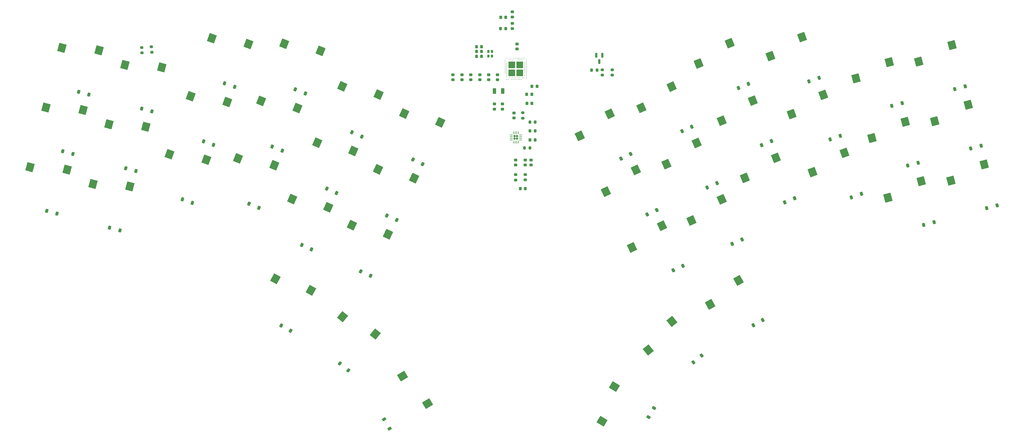
<source format=gbr>
%TF.GenerationSoftware,KiCad,Pcbnew,7.0.10*%
%TF.CreationDate,2024-03-12T01:25:21-07:00*%
%TF.ProjectId,keyboard,6b657962-6f61-4726-942e-6b696361645f,rev?*%
%TF.SameCoordinates,Original*%
%TF.FileFunction,Paste,Top*%
%TF.FilePolarity,Positive*%
%FSLAX46Y46*%
G04 Gerber Fmt 4.6, Leading zero omitted, Abs format (unit mm)*
G04 Created by KiCad (PCBNEW 7.0.10) date 2024-03-12 01:25:21*
%MOMM*%
%LPD*%
G01*
G04 APERTURE LIST*
G04 Aperture macros list*
%AMRoundRect*
0 Rectangle with rounded corners*
0 $1 Rounding radius*
0 $2 $3 $4 $5 $6 $7 $8 $9 X,Y pos of 4 corners*
0 Add a 4 corners polygon primitive as box body*
4,1,4,$2,$3,$4,$5,$6,$7,$8,$9,$2,$3,0*
0 Add four circle primitives for the rounded corners*
1,1,$1+$1,$2,$3*
1,1,$1+$1,$4,$5*
1,1,$1+$1,$6,$7*
1,1,$1+$1,$8,$9*
0 Add four rect primitives between the rounded corners*
20,1,$1+$1,$2,$3,$4,$5,0*
20,1,$1+$1,$4,$5,$6,$7,0*
20,1,$1+$1,$6,$7,$8,$9,0*
20,1,$1+$1,$8,$9,$2,$3,0*%
%AMRotRect*
0 Rectangle, with rotation*
0 The origin of the aperture is its center*
0 $1 length*
0 $2 width*
0 $3 Rotation angle, in degrees counterclockwise*
0 Add horizontal line*
21,1,$1,$2,0,0,$3*%
G04 Aperture macros list end*
%ADD10RoundRect,0.225000X-0.314390X-0.303988X0.120276X-0.420456X0.314390X0.303988X-0.120276X0.420456X0*%
%ADD11RoundRect,0.225000X-0.410853X-0.149833X-0.061137X-0.433027X0.410853X0.149833X0.061137X0.433027X0*%
%ADD12RoundRect,0.225000X-0.120276X-0.420456X0.314390X-0.303988X0.120276X0.420456X-0.314390X0.303988X0*%
%ADD13RoundRect,0.225000X-0.349094X-0.263407X0.068139X-0.431980X0.349094X0.263407X-0.068139X0.431980X0*%
%ADD14RoundRect,0.225000X-0.083173X-0.429339X0.339688X-0.275430X0.083173X0.429339X-0.339688X0.275430X0*%
%ADD15RotRect,2.300000X2.600000X335.000000*%
%ADD16RoundRect,0.225000X-0.225000X-0.250000X0.225000X-0.250000X0.225000X0.250000X-0.225000X0.250000X0*%
%ADD17RoundRect,0.225000X-0.068139X-0.431980X0.349094X-0.263407X0.068139X0.431980X-0.349094X0.263407X0*%
%ADD18RoundRect,0.225000X-0.358074X-0.251064X0.053021X-0.434095X0.358074X0.251064X-0.053021X0.434095X0*%
%ADD19RoundRect,0.225000X0.250000X-0.225000X0.250000X0.225000X-0.250000X0.225000X-0.250000X-0.225000X0*%
%ADD20RoundRect,0.225000X-0.362401X-0.244776X0.045437X-0.434955X0.362401X0.244776X-0.045437X0.434955X0*%
%ADD21RotRect,2.300000X2.600000X345.000000*%
%ADD22RotRect,2.300000X2.600000X15.000000*%
%ADD23RoundRect,0.200000X0.200000X0.275000X-0.200000X0.275000X-0.200000X-0.275000X0.200000X-0.275000X0*%
%ADD24RotRect,2.300000X2.600000X22.000000*%
%ADD25RoundRect,0.218750X-0.256250X0.218750X-0.256250X-0.218750X0.256250X-0.218750X0.256250X0.218750X0*%
%ADD26RoundRect,0.225000X-0.045437X-0.434955X0.362401X-0.244776X0.045437X0.434955X-0.362401X0.244776X0*%
%ADD27RoundRect,0.225000X-0.339688X-0.275430X0.083173X-0.429339X0.339688X0.275430X-0.083173X0.429339X0*%
%ADD28RotRect,2.300000X2.600000X20.000000*%
%ADD29RoundRect,0.225000X0.225000X0.250000X-0.225000X0.250000X-0.225000X-0.250000X0.225000X-0.250000X0*%
%ADD30RotRect,2.300000X2.600000X340.000000*%
%ADD31RoundRect,0.200000X0.275000X-0.200000X0.275000X0.200000X-0.275000X0.200000X-0.275000X-0.200000X0*%
%ADD32RoundRect,0.218750X0.256250X-0.218750X0.256250X0.218750X-0.256250X0.218750X-0.256250X-0.218750X0*%
%ADD33RoundRect,0.150000X-0.150000X0.587500X-0.150000X-0.587500X0.150000X-0.587500X0.150000X0.587500X0*%
%ADD34RotRect,2.300000X2.600000X25.000000*%
%ADD35RotRect,2.300000X2.600000X59.000000*%
%ADD36RotRect,2.300000X2.600000X321.000000*%
%ADD37RotRect,2.300000X2.600000X24.000000*%
%ADD38RoundRect,0.218750X0.218750X0.256250X-0.218750X0.256250X-0.218750X-0.256250X0.218750X-0.256250X0*%
%ADD39RotRect,2.300000X2.600000X336.000000*%
%ADD40RoundRect,0.160000X-0.160000X0.160000X-0.160000X-0.160000X0.160000X-0.160000X0.160000X0.160000X0*%
%ADD41RoundRect,0.062500X-0.062500X0.375000X-0.062500X-0.375000X0.062500X-0.375000X0.062500X0.375000X0*%
%ADD42RoundRect,0.062500X-0.375000X0.062500X-0.375000X-0.062500X0.375000X-0.062500X0.375000X0.062500X0*%
%ADD43RotRect,2.300000X2.600000X331.000000*%
%ADD44RotRect,2.300000X2.600000X301.000000*%
%ADD45RoundRect,0.225000X-0.014986X-0.437065X0.378593X-0.218900X0.014986X0.437065X-0.378593X0.218900X0*%
%ADD46RoundRect,0.225000X-0.053021X-0.434095X0.358074X-0.251064X0.053021X0.434095X-0.358074X0.251064X0*%
%ADD47RotRect,2.300000X2.600000X39.000000*%
%ADD48RoundRect,0.200000X-0.275000X0.200000X-0.275000X-0.200000X0.275000X-0.200000X0.275000X0.200000X0*%
%ADD49RoundRect,0.225000X-0.378593X-0.218900X0.014986X-0.437065X0.378593X0.218900X-0.014986X0.437065X0*%
%ADD50RoundRect,0.200000X-0.200000X-0.275000X0.200000X-0.275000X0.200000X0.275000X-0.200000X0.275000X0*%
%ADD51RotRect,2.300000X2.600000X338.000000*%
%ADD52R,2.000000X2.000000*%
%ADD53C,0.250000*%
%ADD54RoundRect,0.225000X0.061137X-0.433027X0.410853X-0.149833X-0.061137X0.433027X-0.410853X0.149833X0*%
%ADD55RoundRect,0.225000X-0.250000X0.225000X-0.250000X-0.225000X0.250000X-0.225000X0.250000X0.225000X0*%
%ADD56RoundRect,0.200000X-0.287650X0.181335X-0.261141X-0.217786X0.287650X-0.181335X0.261141X0.217786X0*%
%ADD57RoundRect,0.225000X0.205554X-0.386002X0.437321X-0.000277X-0.205554X0.386002X-0.437321X0.000277X0*%
%ADD58RotRect,2.300000X2.600000X29.000000*%
%ADD59R,0.800000X0.900000*%
%ADD60R,1.000000X1.800000*%
%ADD61RoundRect,0.225000X-0.437321X-0.000277X-0.205554X-0.386002X0.437321X0.000277X0.205554X0.386002X0*%
G04 APERTURE END LIST*
D10*
%TO.C,D1*%
X76739481Y-171145136D03*
X79927037Y-171999238D03*
%TD*%
D11*
%TO.C,D20*%
X166968528Y-218162889D03*
X169533110Y-220239647D03*
%TD*%
D12*
%TO.C,D24*%
X356161824Y-133601584D03*
X359349380Y-132747482D03*
%TD*%
D13*
%TO.C,D10*%
X139026607Y-168940864D03*
X142086313Y-170177066D03*
%TD*%
D14*
%TO.C,D30*%
X311330040Y-131270243D03*
X314431026Y-130141577D03*
%TD*%
D15*
%TO.C,S17*%
X178717032Y-158360674D03*
X189797440Y-161100122D03*
%TD*%
D16*
%TO.C,C1*%
X208991164Y-122060230D03*
X210541164Y-122060230D03*
%TD*%
D17*
%TO.C,D31*%
X303837672Y-168484594D03*
X306897378Y-167248392D03*
%TD*%
D18*
%TO.C,D13*%
X155213952Y-181652721D03*
X158228652Y-182994951D03*
%TD*%
D19*
%TO.C,C9*%
X210000000Y-130775000D03*
X210000000Y-129225000D03*
%TD*%
D20*
%TO.C,D18*%
X189460447Y-155315751D03*
X192451263Y-156710391D03*
%TD*%
D21*
%TO.C,S4*%
X90972404Y-162846104D03*
X102360175Y-163619841D03*
%TD*%
D19*
%TO.C,C11*%
X201750000Y-130775000D03*
X201750000Y-129225000D03*
%TD*%
D22*
%TO.C,S25*%
X335577967Y-167038973D03*
X345826935Y-162015163D03*
%TD*%
D23*
%TO.C,R7*%
X225400000Y-151750000D03*
X223750000Y-151750000D03*
%TD*%
D12*
%TO.C,D26*%
X341712573Y-157143497D03*
X344900129Y-156289395D03*
%TD*%
D24*
%TO.C,S31*%
X291603191Y-160996014D03*
X301163516Y-154760616D03*
%TD*%
D16*
%TO.C,C13*%
X224475000Y-138000000D03*
X226025000Y-138000000D03*
%TD*%
D25*
%TO.C,L3*%
X220000000Y-109858500D03*
X220000000Y-111433500D03*
%TD*%
D19*
%TO.C,C10*%
X212750000Y-130775000D03*
X212750000Y-129225000D03*
%TD*%
D25*
%TO.C,L2*%
X220000000Y-113414500D03*
X220000000Y-114989500D03*
%TD*%
D19*
%TO.C,C7*%
X204500000Y-130775000D03*
X204500000Y-129225000D03*
%TD*%
D16*
%TO.C,C20*%
X225475000Y-149250000D03*
X227025000Y-149250000D03*
%TD*%
D26*
%TO.C,D38*%
X261502470Y-172237768D03*
X264493286Y-170843128D03*
%TD*%
D17*
%TO.C,D33*%
X289602622Y-133251607D03*
X292662328Y-132015405D03*
%TD*%
D19*
%TO.C,C14*%
X221500000Y-121275000D03*
X221500000Y-119725000D03*
%TD*%
D27*
%TO.C,D8*%
X124994577Y-149688209D03*
X128095563Y-150816875D03*
%TD*%
D18*
%TO.C,D14*%
X162941949Y-164295357D03*
X165956649Y-165637587D03*
%TD*%
D28*
%TO.C,S30*%
X299421157Y-123490301D03*
X309193270Y-117592352D03*
%TD*%
D24*
%TO.C,S32*%
X284485666Y-143379521D03*
X294045991Y-137144123D03*
%TD*%
D13*
%TO.C,D11*%
X146144132Y-151324371D03*
X149203838Y-152560573D03*
%TD*%
D29*
%TO.C,C15*%
X217968000Y-115000000D03*
X216418000Y-115000000D03*
%TD*%
D26*
%TO.C,D37*%
X269532217Y-189457615D03*
X272523033Y-188062975D03*
%TD*%
D30*
%TO.C,S7*%
X114557427Y-153657894D03*
X125834429Y-155421196D03*
%TD*%
D19*
%TO.C,C8*%
X207250000Y-130775000D03*
X207250000Y-129225000D03*
%TD*%
D31*
%TO.C,R3*%
X223250000Y-142575000D03*
X223250000Y-140925000D03*
%TD*%
D32*
%TO.C,D43*%
X224000000Y-157037500D03*
X224000000Y-155462500D03*
%TD*%
D33*
%TO.C,Q1*%
X247750000Y-123250000D03*
X245850000Y-123250000D03*
X246800000Y-125125000D03*
%TD*%
D22*
%TO.C,S22*%
X354944780Y-161849651D03*
X365193748Y-156825841D03*
%TD*%
D34*
%TO.C,S39*%
X240769404Y-147987242D03*
X249990291Y-141260040D03*
%TD*%
D30*
%TO.C,S8*%
X121055810Y-135803735D03*
X132332812Y-137567037D03*
%TD*%
D34*
%TO.C,S37*%
X256828898Y-182426938D03*
X266049785Y-175699736D03*
%TD*%
D15*
%TO.C,S18*%
X186746779Y-141140826D03*
X197827187Y-143880274D03*
%TD*%
D35*
%TO.C,S42*%
X247588064Y-235945052D03*
X251470722Y-225211695D03*
%TD*%
D21*
%TO.C,S3*%
X81440715Y-120951601D03*
X92828486Y-121725338D03*
%TD*%
D36*
%TO.C,S20*%
X167764694Y-203752524D03*
X177853234Y-209091191D03*
%TD*%
D37*
%TO.C,S35*%
X267417625Y-156759084D03*
X276754514Y-150193833D03*
%TD*%
D38*
%TO.C,L1*%
X226037500Y-135250000D03*
X224462500Y-135250000D03*
%TD*%
D39*
%TO.C,S15*%
X167709304Y-132812586D03*
X178835834Y-135358236D03*
%TD*%
D40*
%TO.C,U2*%
X221499185Y-148100000D03*
X220699185Y-148100000D03*
X221499185Y-148900000D03*
X220699185Y-148900000D03*
D41*
X221849185Y-147062500D03*
X221349185Y-147062500D03*
X220849185Y-147062500D03*
X220349185Y-147062500D03*
D42*
X219661685Y-147750000D03*
X219661685Y-148250000D03*
X219661685Y-148750000D03*
X219661685Y-149250000D03*
D41*
X220349185Y-149937500D03*
X220849185Y-149937500D03*
X221349185Y-149937500D03*
X221849185Y-149937500D03*
D42*
X222536685Y-149250000D03*
X222536685Y-148750000D03*
X222536685Y-148250000D03*
X222536685Y-147750000D03*
%TD*%
D27*
%TO.C,D7*%
X118496194Y-167542369D03*
X121597180Y-168671035D03*
%TD*%
D12*
%TO.C,D22*%
X365996948Y-170306766D03*
X369184504Y-169452664D03*
%TD*%
D43*
%TO.C,S19*%
X147157746Y-192086949D03*
X158020068Y-195592654D03*
%TD*%
D44*
%TO.C,S21*%
X186266690Y-222058942D03*
X193920884Y-230526132D03*
%TD*%
D10*
%TO.C,D4*%
X96106294Y-176334458D03*
X99293850Y-177188560D03*
%TD*%
D22*
%TO.C,S23*%
X350027218Y-143497060D03*
X360276186Y-138473250D03*
%TD*%
D45*
%TO.C,D40*%
X294161729Y-206324041D03*
X297047975Y-204724169D03*
%TD*%
D46*
%TO.C,D35*%
X279967337Y-163945115D03*
X282982037Y-162602885D03*
%TD*%
D14*
%TO.C,D28*%
X324326805Y-166978563D03*
X327427791Y-165849897D03*
%TD*%
D32*
%TO.C,D44*%
X221000000Y-157037500D03*
X221000000Y-155462500D03*
%TD*%
D10*
%TO.C,D2*%
X81657043Y-152792545D03*
X84844599Y-153646647D03*
%TD*%
D47*
%TO.C,S41*%
X261843911Y-213947514D03*
X269163441Y-205189405D03*
%TD*%
D17*
%TO.C,D32*%
X296720147Y-150868101D03*
X299779853Y-149631899D03*
%TD*%
D48*
%TO.C,R11*%
X250750000Y-127675000D03*
X250750000Y-129325000D03*
%TD*%
D29*
%TO.C,C17*%
X210541164Y-120560230D03*
X208991164Y-120560230D03*
%TD*%
D15*
%TO.C,S16*%
X170687285Y-175580522D03*
X181767693Y-178319970D03*
%TD*%
D39*
%TO.C,S14*%
X159981308Y-150169950D03*
X171107838Y-152715600D03*
%TD*%
D27*
%TO.C,D9*%
X131492959Y-131834049D03*
X134593945Y-132962715D03*
%TD*%
D49*
%TO.C,D19*%
X148876010Y-206416641D03*
X151762256Y-208016513D03*
%TD*%
D50*
%TO.C,R10*%
X244425000Y-127750000D03*
X246075000Y-127750000D03*
%TD*%
D24*
%TO.C,S33*%
X277368141Y-125763027D03*
X286928466Y-119527629D03*
%TD*%
D23*
%TO.C,R6*%
X227075000Y-143750000D03*
X225425000Y-143750000D03*
%TD*%
D51*
%TO.C,S11*%
X142692325Y-137310894D03*
X153900919Y-139466684D03*
%TD*%
D21*
%TO.C,S5*%
X95889966Y-144493513D03*
X107277737Y-145267250D03*
%TD*%
D52*
%TO.C,U1*%
X219886685Y-128620908D03*
X222311685Y-128620908D03*
X219886685Y-126195908D03*
X222311685Y-126195908D03*
D53*
X217849185Y-128658408D03*
X217849185Y-128158408D03*
X217849185Y-127658408D03*
X217849185Y-127158408D03*
X217849185Y-126658408D03*
X217849185Y-126158408D03*
X217849185Y-125658408D03*
X217849185Y-125158408D03*
X217849185Y-124658408D03*
X223349185Y-124158408D03*
X223599185Y-130158408D03*
X223849185Y-129408408D03*
X223849185Y-128408408D03*
X223849185Y-127908408D03*
X223849185Y-127408408D03*
X223849185Y-126908408D03*
X223849185Y-126408408D03*
X223849185Y-125908408D03*
X223849185Y-125408408D03*
X223849185Y-124158408D03*
X224349185Y-130158408D03*
X224349185Y-129658408D03*
X224349185Y-129158408D03*
X224349185Y-128658408D03*
X224349185Y-128158408D03*
X224349185Y-127658408D03*
X224349185Y-127158408D03*
X224349185Y-126658408D03*
X224349185Y-126158408D03*
X224349185Y-125658408D03*
X224349185Y-125158408D03*
X224349185Y-124658408D03*
X218349185Y-130658408D03*
X218349185Y-129908408D03*
X218349185Y-129408408D03*
X218349185Y-128908408D03*
X218349185Y-128408408D03*
X218349185Y-127908408D03*
X218349185Y-127408408D03*
X218349185Y-126908408D03*
X218349185Y-126408408D03*
X218349185Y-125908408D03*
X218349185Y-124158408D03*
X218849185Y-130658408D03*
X219099185Y-130158408D03*
X219099185Y-124658408D03*
X219349185Y-124158408D03*
X219599185Y-130158408D03*
X219599185Y-124658408D03*
X219849185Y-130658408D03*
X220099185Y-130158408D03*
X220099185Y-124658408D03*
X220349185Y-130658408D03*
X220349185Y-124158408D03*
X220599185Y-130158408D03*
X220849185Y-130658408D03*
X220849185Y-124158408D03*
X221099185Y-130158408D03*
X221349185Y-130658408D03*
X221349185Y-124158408D03*
X221599185Y-130158408D03*
X221599185Y-124658408D03*
X221849185Y-130658408D03*
X221849185Y-124158408D03*
X222099185Y-130158408D03*
X222099185Y-124658408D03*
X222349185Y-130658408D03*
X222349185Y-124158408D03*
X222599185Y-124658408D03*
X222849185Y-130658408D03*
X222849185Y-124158408D03*
X223099185Y-130158408D03*
X223099185Y-124658408D03*
%TD*%
D28*
%TO.C,S28*%
X312417922Y-159198620D03*
X322190035Y-153300671D03*
%TD*%
D20*
%TO.C,D17*%
X181430700Y-172535600D03*
X184421516Y-173930240D03*
%TD*%
D18*
%TO.C,D15*%
X170669945Y-146937993D03*
X173684645Y-148280223D03*
%TD*%
D26*
%TO.C,D39*%
X253472723Y-155017919D03*
X256463539Y-153623279D03*
%TD*%
D16*
%TO.C,C2*%
X208991164Y-123560230D03*
X210541164Y-123560230D03*
%TD*%
D23*
%TO.C,R8*%
X227075000Y-146500000D03*
X225425000Y-146500000D03*
%TD*%
D21*
%TO.C,S2*%
X76523153Y-139304191D03*
X87910924Y-140077928D03*
%TD*%
D22*
%TO.C,S26*%
X330660405Y-148686382D03*
X340909373Y-143662572D03*
%TD*%
D12*
%TO.C,D25*%
X346630135Y-175496088D03*
X349817691Y-174641986D03*
%TD*%
D51*
%TO.C,S10*%
X135574800Y-154927387D03*
X146783394Y-157083177D03*
%TD*%
D28*
%TO.C,S29*%
X305919540Y-141344461D03*
X315691653Y-135446512D03*
%TD*%
D54*
%TO.C,D41*%
X275717709Y-217788379D03*
X278282291Y-215711621D03*
%TD*%
D21*
%TO.C,S6*%
X100807528Y-126140922D03*
X112195299Y-126914659D03*
%TD*%
D37*
%TO.C,S34*%
X275145622Y-174116448D03*
X284482511Y-167551197D03*
%TD*%
D22*
%TO.C,S27*%
X325742844Y-130333791D03*
X335991812Y-125309981D03*
%TD*%
D55*
%TO.C,C3*%
X214516164Y-138225000D03*
X214516164Y-139775000D03*
%TD*%
D16*
%TO.C,C6*%
X222475000Y-164250000D03*
X224025000Y-164250000D03*
%TD*%
D22*
%TO.C,S24*%
X345109656Y-125144470D03*
X355358624Y-120120660D03*
%TD*%
D56*
%TO.C,R1*%
X108971264Y-120604027D03*
X109080616Y-122250399D03*
%TD*%
D12*
%TO.C,D27*%
X336795011Y-138790906D03*
X339982567Y-137936804D03*
%TD*%
D20*
%TO.C,D16*%
X173400953Y-189755447D03*
X176391769Y-191150087D03*
%TD*%
D13*
%TO.C,D12*%
X153261658Y-133707877D03*
X156321364Y-134944079D03*
%TD*%
D14*
%TO.C,D29*%
X317828422Y-149124403D03*
X320929408Y-147995737D03*
%TD*%
D30*
%TO.C,S9*%
X127554192Y-117949575D03*
X138831194Y-119712877D03*
%TD*%
D37*
%TO.C,S36*%
X259689629Y-139401720D03*
X269026518Y-132836469D03*
%TD*%
D16*
%TO.C,C12*%
X226075000Y-132740000D03*
X227625000Y-132740000D03*
%TD*%
D57*
%TO.C,D42*%
X261900187Y-234664326D03*
X263599813Y-231835674D03*
%TD*%
D29*
%TO.C,C16*%
X218025000Y-111500000D03*
X216475000Y-111500000D03*
%TD*%
D56*
%TO.C,R2*%
X105977860Y-120802847D03*
X106087212Y-122449219D03*
%TD*%
D31*
%TO.C,R5*%
X221000000Y-161650000D03*
X221000000Y-160000000D03*
%TD*%
D19*
%TO.C,C18*%
X220500000Y-142525000D03*
X220500000Y-140975000D03*
%TD*%
D58*
%TO.C,S40*%
X280871785Y-199940865D03*
X289600944Y-192586834D03*
%TD*%
D46*
%TO.C,D36*%
X272239340Y-146587751D03*
X275254040Y-145245521D03*
%TD*%
D10*
%TO.C,D6*%
X105941418Y-139629276D03*
X109128974Y-140483378D03*
%TD*%
D46*
%TO.C,D34*%
X287695333Y-181302479D03*
X290710033Y-179960249D03*
%TD*%
D59*
%TO.C,Y1*%
X213766164Y-123460230D03*
X213766164Y-122060230D03*
X212666164Y-122060230D03*
X212666164Y-123460230D03*
%TD*%
D31*
%TO.C,R4*%
X224000000Y-161575000D03*
X224000000Y-159925000D03*
%TD*%
D21*
%TO.C,S1*%
X71605591Y-157656782D03*
X82993362Y-158430519D03*
%TD*%
D48*
%TO.C,R9*%
X247750000Y-127675000D03*
X247750000Y-129325000D03*
%TD*%
D10*
%TO.C,D5*%
X101023856Y-157981867D03*
X104211412Y-158835969D03*
%TD*%
D34*
%TO.C,S38*%
X248799151Y-165207090D03*
X258020038Y-158479888D03*
%TD*%
D39*
%TO.C,S13*%
X152253312Y-167527314D03*
X163379842Y-170072964D03*
%TD*%
D51*
%TO.C,S12*%
X149809851Y-119694400D03*
X161018445Y-121850190D03*
%TD*%
D60*
%TO.C,X2*%
X217050000Y-134250000D03*
X214550000Y-134250000D03*
%TD*%
D12*
%TO.C,D23*%
X361079386Y-151954175D03*
X364266942Y-151100073D03*
%TD*%
D19*
%TO.C,C5*%
X215490000Y-130777500D03*
X215490000Y-129227500D03*
%TD*%
D10*
%TO.C,D3*%
X86574605Y-134439954D03*
X89762161Y-135294056D03*
%TD*%
D55*
%TO.C,C19*%
X225750000Y-155475000D03*
X225750000Y-157025000D03*
%TD*%
%TO.C,C4*%
X217016164Y-138225000D03*
X217016164Y-139775000D03*
%TD*%
D61*
%TO.C,D21*%
X180589903Y-235327952D03*
X182289529Y-238156604D03*
%TD*%
M02*

</source>
